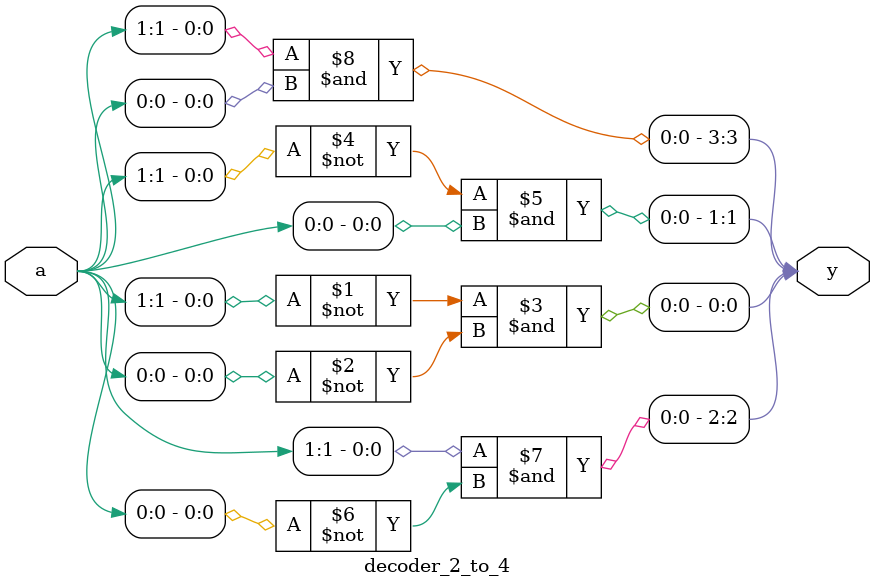
<source format=v>
module decoder_2_to_4(a,y);
input [1:0]a;
output [3:0]y;
assign y[0]=(~a[1])&(~a[0]);
assign y[1]=(~a[1])&(a[0]);
assign y[2]=(a[1])&(~a[0]);
assign y[3]=(a[1])&(a[0]);
endmodule

</source>
